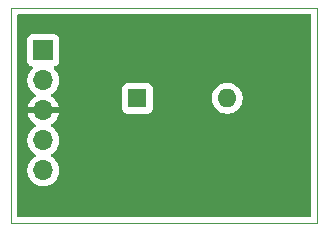
<source format=gbr>
%TF.GenerationSoftware,KiCad,Pcbnew,9.0.2*%
%TF.CreationDate,2025-07-15T11:24:56-07:00*%
%TF.ProjectId,PeakDetector_Breakout,5065616b-4465-4746-9563-746f725f4272,rev?*%
%TF.SameCoordinates,Original*%
%TF.FileFunction,Copper,L2,Bot*%
%TF.FilePolarity,Positive*%
%FSLAX46Y46*%
G04 Gerber Fmt 4.6, Leading zero omitted, Abs format (unit mm)*
G04 Created by KiCad (PCBNEW 9.0.2) date 2025-07-15 11:24:56*
%MOMM*%
%LPD*%
G01*
G04 APERTURE LIST*
%TA.AperFunction,ComponentPad*%
%ADD10R,1.600000X1.600000*%
%TD*%
%TA.AperFunction,ComponentPad*%
%ADD11O,1.600000X1.600000*%
%TD*%
%TA.AperFunction,ComponentPad*%
%ADD12R,1.700000X1.700000*%
%TD*%
%TA.AperFunction,ComponentPad*%
%ADD13O,1.700000X1.700000*%
%TD*%
%TA.AperFunction,ViaPad*%
%ADD14C,1.500000*%
%TD*%
%TA.AperFunction,Profile*%
%ADD15C,0.050000*%
%TD*%
G04 APERTURE END LIST*
D10*
%TO.P,D1,1,K*%
%TO.N,/V_peak*%
X140716000Y-93472000D03*
D11*
%TO.P,D1,2,A*%
%TO.N,Net-(D1-A)*%
X148336000Y-93472000D03*
%TD*%
D12*
%TO.P,J2,1,Pin_1*%
%TO.N,/VIN*%
X132752000Y-89408000D03*
D13*
%TO.P,J2,2,Pin_2*%
%TO.N,VDD*%
X132752000Y-91948000D03*
%TO.P,J2,3,Pin_3*%
%TO.N,0*%
X132752000Y-94488000D03*
%TO.P,J2,4,Pin_4*%
%TO.N,VSS*%
X132752000Y-97028000D03*
%TO.P,J2,5,Pin_5*%
%TO.N,/VOUT*%
X132752000Y-99568000D03*
%TD*%
D14*
%TO.N,0*%
X150876000Y-92202000D03*
X146304000Y-100584000D03*
X135878365Y-90750484D03*
X137160000Y-101092000D03*
%TD*%
%TA.AperFunction,Conductor*%
%TO.N,0*%
G36*
X155398539Y-86372185D02*
G01*
X155444294Y-86424989D01*
X155455500Y-86476500D01*
X155455500Y-103367500D01*
X155435815Y-103434539D01*
X155383011Y-103480294D01*
X155331500Y-103491500D01*
X130624500Y-103491500D01*
X130557461Y-103471815D01*
X130511706Y-103419011D01*
X130500500Y-103367500D01*
X130500500Y-88510135D01*
X131401500Y-88510135D01*
X131401500Y-90305870D01*
X131401501Y-90305876D01*
X131407908Y-90365483D01*
X131458202Y-90500328D01*
X131458206Y-90500335D01*
X131544452Y-90615544D01*
X131544455Y-90615547D01*
X131659664Y-90701793D01*
X131659671Y-90701797D01*
X131791082Y-90750810D01*
X131847016Y-90792681D01*
X131871433Y-90858145D01*
X131856582Y-90926418D01*
X131835431Y-90954673D01*
X131721889Y-91068215D01*
X131596951Y-91240179D01*
X131500444Y-91429585D01*
X131434753Y-91631760D01*
X131401500Y-91841713D01*
X131401500Y-92054286D01*
X131429045Y-92228202D01*
X131434754Y-92264243D01*
X131488504Y-92429669D01*
X131500444Y-92466414D01*
X131596951Y-92655820D01*
X131721890Y-92827786D01*
X131872213Y-92978109D01*
X132044179Y-93103048D01*
X132044181Y-93103049D01*
X132044184Y-93103051D01*
X132053493Y-93107794D01*
X132104290Y-93155766D01*
X132121087Y-93223587D01*
X132098552Y-93289722D01*
X132053502Y-93328762D01*
X132044443Y-93333378D01*
X131872540Y-93458272D01*
X131872535Y-93458276D01*
X131722276Y-93608535D01*
X131722272Y-93608540D01*
X131597379Y-93780442D01*
X131500904Y-93969782D01*
X131435242Y-94171870D01*
X131435242Y-94171873D01*
X131424769Y-94238000D01*
X132318988Y-94238000D01*
X132286075Y-94295007D01*
X132252000Y-94422174D01*
X132252000Y-94553826D01*
X132286075Y-94680993D01*
X132318988Y-94738000D01*
X131424769Y-94738000D01*
X131435242Y-94804126D01*
X131435242Y-94804129D01*
X131500904Y-95006217D01*
X131597379Y-95195557D01*
X131722272Y-95367459D01*
X131722276Y-95367464D01*
X131872535Y-95517723D01*
X131872540Y-95517727D01*
X132044444Y-95642622D01*
X132053495Y-95647234D01*
X132104292Y-95695208D01*
X132121087Y-95763029D01*
X132098550Y-95829164D01*
X132053499Y-95868202D01*
X132044182Y-95872949D01*
X131872213Y-95997890D01*
X131721890Y-96148213D01*
X131596951Y-96320179D01*
X131500444Y-96509585D01*
X131434753Y-96711760D01*
X131401500Y-96921713D01*
X131401500Y-97134286D01*
X131434753Y-97344239D01*
X131500444Y-97546414D01*
X131596951Y-97735820D01*
X131721890Y-97907786D01*
X131872213Y-98058109D01*
X132044182Y-98183050D01*
X132052946Y-98187516D01*
X132103742Y-98235491D01*
X132120536Y-98303312D01*
X132097998Y-98369447D01*
X132052946Y-98408484D01*
X132044182Y-98412949D01*
X131872213Y-98537890D01*
X131721890Y-98688213D01*
X131596951Y-98860179D01*
X131500444Y-99049585D01*
X131434753Y-99251760D01*
X131401500Y-99461713D01*
X131401500Y-99674286D01*
X131434753Y-99884239D01*
X131500444Y-100086414D01*
X131596951Y-100275820D01*
X131721890Y-100447786D01*
X131872213Y-100598109D01*
X132044179Y-100723048D01*
X132044181Y-100723049D01*
X132044184Y-100723051D01*
X132233588Y-100819557D01*
X132435757Y-100885246D01*
X132645713Y-100918500D01*
X132645714Y-100918500D01*
X132858286Y-100918500D01*
X132858287Y-100918500D01*
X133068243Y-100885246D01*
X133270412Y-100819557D01*
X133459816Y-100723051D01*
X133481789Y-100707086D01*
X133631786Y-100598109D01*
X133631788Y-100598106D01*
X133631792Y-100598104D01*
X133782104Y-100447792D01*
X133782106Y-100447788D01*
X133782109Y-100447786D01*
X133907048Y-100275820D01*
X133907047Y-100275820D01*
X133907051Y-100275816D01*
X134003557Y-100086412D01*
X134069246Y-99884243D01*
X134102500Y-99674287D01*
X134102500Y-99461713D01*
X134069246Y-99251757D01*
X134003557Y-99049588D01*
X133907051Y-98860184D01*
X133907049Y-98860181D01*
X133907048Y-98860179D01*
X133782109Y-98688213D01*
X133631786Y-98537890D01*
X133459820Y-98412951D01*
X133459115Y-98412591D01*
X133451054Y-98408485D01*
X133400259Y-98360512D01*
X133383463Y-98292692D01*
X133405999Y-98226556D01*
X133451054Y-98187515D01*
X133459816Y-98183051D01*
X133481789Y-98167086D01*
X133631786Y-98058109D01*
X133631788Y-98058106D01*
X133631792Y-98058104D01*
X133782104Y-97907792D01*
X133782106Y-97907788D01*
X133782109Y-97907786D01*
X133907048Y-97735820D01*
X133907047Y-97735820D01*
X133907051Y-97735816D01*
X134003557Y-97546412D01*
X134069246Y-97344243D01*
X134102500Y-97134287D01*
X134102500Y-96921713D01*
X134069246Y-96711757D01*
X134003557Y-96509588D01*
X133907051Y-96320184D01*
X133907049Y-96320181D01*
X133907048Y-96320179D01*
X133782109Y-96148213D01*
X133631786Y-95997890D01*
X133459817Y-95872949D01*
X133450504Y-95868204D01*
X133399707Y-95820230D01*
X133382912Y-95752409D01*
X133405449Y-95686274D01*
X133450507Y-95647232D01*
X133459558Y-95642620D01*
X133631459Y-95517727D01*
X133631464Y-95517723D01*
X133781723Y-95367464D01*
X133781727Y-95367459D01*
X133906620Y-95195557D01*
X134003095Y-95006217D01*
X134068757Y-94804129D01*
X134068757Y-94804126D01*
X134079231Y-94738000D01*
X133185012Y-94738000D01*
X133217925Y-94680993D01*
X133252000Y-94553826D01*
X133252000Y-94422174D01*
X133217925Y-94295007D01*
X133185012Y-94238000D01*
X134079231Y-94238000D01*
X134068757Y-94171873D01*
X134068757Y-94171870D01*
X134003095Y-93969782D01*
X133906620Y-93780442D01*
X133781727Y-93608540D01*
X133781723Y-93608535D01*
X133631464Y-93458276D01*
X133631459Y-93458272D01*
X133459555Y-93333377D01*
X133450500Y-93328763D01*
X133399706Y-93280788D01*
X133382912Y-93212966D01*
X133405451Y-93146832D01*
X133450508Y-93107793D01*
X133459816Y-93103051D01*
X133539007Y-93045515D01*
X133631786Y-92978109D01*
X133631788Y-92978106D01*
X133631792Y-92978104D01*
X133782104Y-92827792D01*
X133782106Y-92827788D01*
X133782109Y-92827786D01*
X133907048Y-92655820D01*
X133907047Y-92655820D01*
X133907051Y-92655816D01*
X133923193Y-92624135D01*
X139415500Y-92624135D01*
X139415500Y-94319870D01*
X139415501Y-94319876D01*
X139421908Y-94379483D01*
X139472202Y-94514328D01*
X139472206Y-94514335D01*
X139558452Y-94629544D01*
X139558455Y-94629547D01*
X139673664Y-94715793D01*
X139673671Y-94715797D01*
X139808517Y-94766091D01*
X139808516Y-94766091D01*
X139815444Y-94766835D01*
X139868127Y-94772500D01*
X141563872Y-94772499D01*
X141623483Y-94766091D01*
X141758331Y-94715796D01*
X141873546Y-94629546D01*
X141959796Y-94514331D01*
X142010091Y-94379483D01*
X142016500Y-94319873D01*
X142016499Y-93369648D01*
X147035500Y-93369648D01*
X147035500Y-93574351D01*
X147067522Y-93776534D01*
X147130781Y-93971223D01*
X147223715Y-94153613D01*
X147344028Y-94319213D01*
X147488786Y-94463971D01*
X147643749Y-94576556D01*
X147654390Y-94584287D01*
X147743212Y-94629544D01*
X147836776Y-94677218D01*
X147836778Y-94677218D01*
X147836781Y-94677220D01*
X147941137Y-94711127D01*
X148031465Y-94740477D01*
X148132557Y-94756488D01*
X148233648Y-94772500D01*
X148233649Y-94772500D01*
X148438351Y-94772500D01*
X148438352Y-94772500D01*
X148640534Y-94740477D01*
X148835219Y-94677220D01*
X149017610Y-94584287D01*
X149113901Y-94514328D01*
X149183213Y-94463971D01*
X149183215Y-94463968D01*
X149183219Y-94463966D01*
X149327966Y-94319219D01*
X149327968Y-94319215D01*
X149327971Y-94319213D01*
X149435020Y-94171870D01*
X149448287Y-94153610D01*
X149541220Y-93971219D01*
X149604477Y-93776534D01*
X149636500Y-93574352D01*
X149636500Y-93369648D01*
X149604477Y-93167466D01*
X149600675Y-93155766D01*
X149542951Y-92978109D01*
X149541220Y-92972781D01*
X149541218Y-92972778D01*
X149541218Y-92972776D01*
X149467341Y-92827786D01*
X149448287Y-92790390D01*
X149440556Y-92779749D01*
X149327971Y-92624786D01*
X149183213Y-92480028D01*
X149017613Y-92359715D01*
X149017612Y-92359714D01*
X149017610Y-92359713D01*
X148960653Y-92330691D01*
X148835223Y-92266781D01*
X148640534Y-92203522D01*
X148465995Y-92175878D01*
X148438352Y-92171500D01*
X148233648Y-92171500D01*
X148209329Y-92175351D01*
X148031465Y-92203522D01*
X147836776Y-92266781D01*
X147654386Y-92359715D01*
X147488786Y-92480028D01*
X147344028Y-92624786D01*
X147223715Y-92790386D01*
X147130781Y-92972776D01*
X147067522Y-93167465D01*
X147035500Y-93369648D01*
X142016499Y-93369648D01*
X142016499Y-92624128D01*
X142010091Y-92564517D01*
X141973500Y-92466412D01*
X141959797Y-92429671D01*
X141959793Y-92429664D01*
X141873547Y-92314455D01*
X141873544Y-92314452D01*
X141758335Y-92228206D01*
X141758328Y-92228202D01*
X141623482Y-92177908D01*
X141623483Y-92177908D01*
X141563883Y-92171501D01*
X141563881Y-92171500D01*
X141563873Y-92171500D01*
X141563864Y-92171500D01*
X139868129Y-92171500D01*
X139868123Y-92171501D01*
X139808516Y-92177908D01*
X139673671Y-92228202D01*
X139673664Y-92228206D01*
X139558455Y-92314452D01*
X139558452Y-92314455D01*
X139472206Y-92429664D01*
X139472202Y-92429671D01*
X139421908Y-92564517D01*
X139415501Y-92624116D01*
X139415501Y-92624123D01*
X139415500Y-92624135D01*
X133923193Y-92624135D01*
X134003557Y-92466412D01*
X134069246Y-92264243D01*
X134102500Y-92054287D01*
X134102500Y-91841713D01*
X134069246Y-91631757D01*
X134003557Y-91429588D01*
X133907051Y-91240184D01*
X133907049Y-91240181D01*
X133907048Y-91240179D01*
X133782109Y-91068213D01*
X133668569Y-90954673D01*
X133635084Y-90893350D01*
X133640068Y-90823658D01*
X133681940Y-90767725D01*
X133712915Y-90750810D01*
X133844331Y-90701796D01*
X133959546Y-90615546D01*
X134045796Y-90500331D01*
X134096091Y-90365483D01*
X134102500Y-90305873D01*
X134102499Y-88510128D01*
X134096091Y-88450517D01*
X134045796Y-88315669D01*
X134045795Y-88315668D01*
X134045793Y-88315664D01*
X133959547Y-88200455D01*
X133959544Y-88200452D01*
X133844335Y-88114206D01*
X133844328Y-88114202D01*
X133709482Y-88063908D01*
X133709483Y-88063908D01*
X133649883Y-88057501D01*
X133649881Y-88057500D01*
X133649873Y-88057500D01*
X133649864Y-88057500D01*
X131854129Y-88057500D01*
X131854123Y-88057501D01*
X131794516Y-88063908D01*
X131659671Y-88114202D01*
X131659664Y-88114206D01*
X131544455Y-88200452D01*
X131544452Y-88200455D01*
X131458206Y-88315664D01*
X131458202Y-88315671D01*
X131407908Y-88450517D01*
X131401501Y-88510116D01*
X131401501Y-88510123D01*
X131401500Y-88510135D01*
X130500500Y-88510135D01*
X130500500Y-86476500D01*
X130520185Y-86409461D01*
X130572989Y-86363706D01*
X130624500Y-86352500D01*
X155331500Y-86352500D01*
X155398539Y-86372185D01*
G37*
%TD.AperFunction*%
%TD*%
D15*
X130000000Y-85852000D02*
X155956000Y-85852000D01*
X155956000Y-103992000D01*
X130000000Y-103992000D01*
X130000000Y-85852000D01*
M02*

</source>
